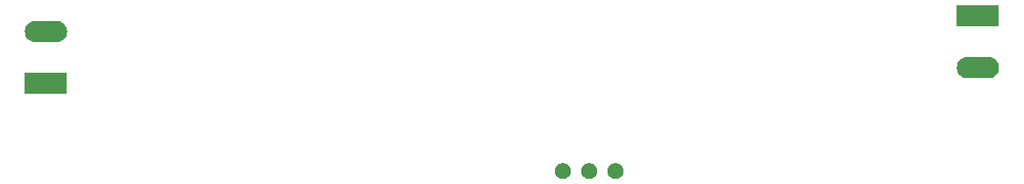
<source format=gbr>
G04 #@! TF.GenerationSoftware,KiCad,Pcbnew,5.1.4-e60b266~84~ubuntu18.04.1*
G04 #@! TF.CreationDate,2019-10-16T22:24:03-03:00*
G04 #@! TF.ProjectId,Fuente Step Up Xl6009 DC-DC ajustable 5v-35v_v2,4675656e-7465-4205-9374-657020557020,rev?*
G04 #@! TF.SameCoordinates,Original*
G04 #@! TF.FileFunction,Soldermask,Bot*
G04 #@! TF.FilePolarity,Negative*
%FSLAX46Y46*%
G04 Gerber Fmt 4.6, Leading zero omitted, Abs format (unit mm)*
G04 Created by KiCad (PCBNEW 5.1.4-e60b266~84~ubuntu18.04.1) date 2019-10-16 22:24:03*
%MOMM*%
%LPD*%
G04 APERTURE LIST*
%ADD10C,0.100000*%
G04 APERTURE END LIST*
D10*
G36*
X154625589Y-113738876D02*
G01*
X154724893Y-113758629D01*
X154865206Y-113816748D01*
X154991484Y-113901125D01*
X155098875Y-114008516D01*
X155183252Y-114134794D01*
X155241371Y-114275107D01*
X155271000Y-114424063D01*
X155271000Y-114575937D01*
X155241371Y-114724893D01*
X155183252Y-114865206D01*
X155098875Y-114991484D01*
X154991484Y-115098875D01*
X154865206Y-115183252D01*
X154724893Y-115241371D01*
X154625589Y-115261124D01*
X154575938Y-115271000D01*
X154424062Y-115271000D01*
X154374411Y-115261124D01*
X154275107Y-115241371D01*
X154134794Y-115183252D01*
X154008516Y-115098875D01*
X153901125Y-114991484D01*
X153816748Y-114865206D01*
X153758629Y-114724893D01*
X153729000Y-114575937D01*
X153729000Y-114424063D01*
X153758629Y-114275107D01*
X153816748Y-114134794D01*
X153901125Y-114008516D01*
X154008516Y-113901125D01*
X154134794Y-113816748D01*
X154275107Y-113758629D01*
X154374411Y-113738876D01*
X154424062Y-113729000D01*
X154575938Y-113729000D01*
X154625589Y-113738876D01*
X154625589Y-113738876D01*
G37*
G36*
X152085589Y-113738876D02*
G01*
X152184893Y-113758629D01*
X152325206Y-113816748D01*
X152451484Y-113901125D01*
X152558875Y-114008516D01*
X152643252Y-114134794D01*
X152701371Y-114275107D01*
X152731000Y-114424063D01*
X152731000Y-114575937D01*
X152701371Y-114724893D01*
X152643252Y-114865206D01*
X152558875Y-114991484D01*
X152451484Y-115098875D01*
X152325206Y-115183252D01*
X152184893Y-115241371D01*
X152085589Y-115261124D01*
X152035938Y-115271000D01*
X151884062Y-115271000D01*
X151834411Y-115261124D01*
X151735107Y-115241371D01*
X151594794Y-115183252D01*
X151468516Y-115098875D01*
X151361125Y-114991484D01*
X151276748Y-114865206D01*
X151218629Y-114724893D01*
X151189000Y-114575937D01*
X151189000Y-114424063D01*
X151218629Y-114275107D01*
X151276748Y-114134794D01*
X151361125Y-114008516D01*
X151468516Y-113901125D01*
X151594794Y-113816748D01*
X151735107Y-113758629D01*
X151834411Y-113738876D01*
X151884062Y-113729000D01*
X152035938Y-113729000D01*
X152085589Y-113738876D01*
X152085589Y-113738876D01*
G37*
G36*
X149545589Y-113738876D02*
G01*
X149644893Y-113758629D01*
X149785206Y-113816748D01*
X149911484Y-113901125D01*
X150018875Y-114008516D01*
X150103252Y-114134794D01*
X150161371Y-114275107D01*
X150191000Y-114424063D01*
X150191000Y-114575937D01*
X150161371Y-114724893D01*
X150103252Y-114865206D01*
X150018875Y-114991484D01*
X149911484Y-115098875D01*
X149785206Y-115183252D01*
X149644893Y-115241371D01*
X149545589Y-115261124D01*
X149495938Y-115271000D01*
X149344062Y-115271000D01*
X149294411Y-115261124D01*
X149195107Y-115241371D01*
X149054794Y-115183252D01*
X148928516Y-115098875D01*
X148821125Y-114991484D01*
X148736748Y-114865206D01*
X148678629Y-114724893D01*
X148649000Y-114575937D01*
X148649000Y-114424063D01*
X148678629Y-114275107D01*
X148736748Y-114134794D01*
X148821125Y-114008516D01*
X148928516Y-113901125D01*
X149054794Y-113816748D01*
X149195107Y-113758629D01*
X149294411Y-113738876D01*
X149344062Y-113729000D01*
X149495938Y-113729000D01*
X149545589Y-113738876D01*
X149545589Y-113738876D01*
G37*
G36*
X101531000Y-107041000D02*
G01*
X97469000Y-107041000D01*
X97469000Y-104959000D01*
X101531000Y-104959000D01*
X101531000Y-107041000D01*
X101531000Y-107041000D01*
G37*
G36*
X190592112Y-103464021D02*
G01*
X190694072Y-103474063D01*
X190890301Y-103533589D01*
X190890303Y-103533590D01*
X191071145Y-103630252D01*
X191229660Y-103760340D01*
X191359747Y-103918854D01*
X191456411Y-104099699D01*
X191515937Y-104295928D01*
X191536036Y-104500000D01*
X191515937Y-104704072D01*
X191456411Y-104900301D01*
X191456410Y-104900303D01*
X191359748Y-105081145D01*
X191229660Y-105239660D01*
X191071145Y-105369748D01*
X190890303Y-105466410D01*
X190890301Y-105466411D01*
X190694072Y-105525937D01*
X190592112Y-105535979D01*
X190541133Y-105541000D01*
X188458867Y-105541000D01*
X188407888Y-105535979D01*
X188305928Y-105525937D01*
X188109699Y-105466411D01*
X188109697Y-105466410D01*
X187928855Y-105369748D01*
X187770340Y-105239660D01*
X187640252Y-105081145D01*
X187543590Y-104900303D01*
X187543589Y-104900301D01*
X187484063Y-104704072D01*
X187463964Y-104500000D01*
X187484063Y-104295928D01*
X187543589Y-104099699D01*
X187640253Y-103918854D01*
X187770340Y-103760340D01*
X187928855Y-103630252D01*
X188109697Y-103533590D01*
X188109699Y-103533589D01*
X188305928Y-103474063D01*
X188407888Y-103464021D01*
X188458867Y-103459000D01*
X190541133Y-103459000D01*
X190592112Y-103464021D01*
X190592112Y-103464021D01*
G37*
G36*
X100592112Y-99964021D02*
G01*
X100694072Y-99974063D01*
X100890301Y-100033589D01*
X100890303Y-100033590D01*
X101071145Y-100130252D01*
X101229660Y-100260340D01*
X101359747Y-100418854D01*
X101456411Y-100599699D01*
X101515937Y-100795928D01*
X101536036Y-101000000D01*
X101515937Y-101204072D01*
X101456411Y-101400301D01*
X101456410Y-101400303D01*
X101359748Y-101581145D01*
X101229660Y-101739660D01*
X101071145Y-101869748D01*
X100890303Y-101966410D01*
X100890301Y-101966411D01*
X100694072Y-102025937D01*
X100592112Y-102035979D01*
X100541133Y-102041000D01*
X98458867Y-102041000D01*
X98407888Y-102035979D01*
X98305928Y-102025937D01*
X98109699Y-101966411D01*
X98109697Y-101966410D01*
X97928855Y-101869748D01*
X97770340Y-101739660D01*
X97640252Y-101581145D01*
X97543590Y-101400303D01*
X97543589Y-101400301D01*
X97484063Y-101204072D01*
X97463964Y-101000000D01*
X97484063Y-100795928D01*
X97543589Y-100599699D01*
X97640253Y-100418854D01*
X97770340Y-100260340D01*
X97928855Y-100130252D01*
X98109697Y-100033590D01*
X98109699Y-100033589D01*
X98305928Y-99974063D01*
X98407888Y-99964021D01*
X98458867Y-99959000D01*
X100541133Y-99959000D01*
X100592112Y-99964021D01*
X100592112Y-99964021D01*
G37*
G36*
X191531000Y-100541000D02*
G01*
X187469000Y-100541000D01*
X187469000Y-98459000D01*
X191531000Y-98459000D01*
X191531000Y-100541000D01*
X191531000Y-100541000D01*
G37*
M02*

</source>
